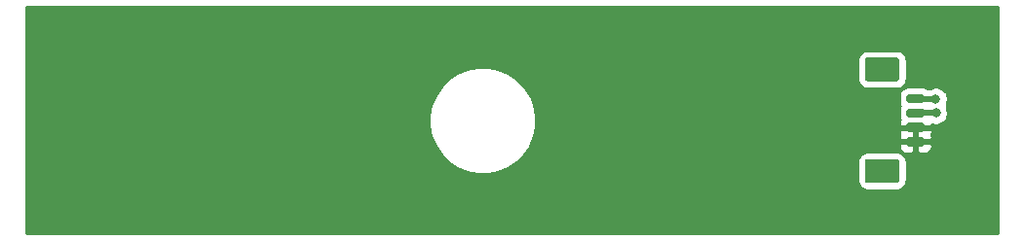
<source format=gbl>
%TF.GenerationSoftware,KiCad,Pcbnew,(5.1.9-0-10_14)*%
%TF.CreationDate,2021-08-19T21:49:59-05:00*%
%TF.ProjectId,OwlSat_Z_Panel,4f776c53-6174-45f5-9a5f-50616e656c2e,rev?*%
%TF.SameCoordinates,Original*%
%TF.FileFunction,Copper,L2,Bot*%
%TF.FilePolarity,Positive*%
%FSLAX46Y46*%
G04 Gerber Fmt 4.6, Leading zero omitted, Abs format (unit mm)*
G04 Created by KiCad (PCBNEW (5.1.9-0-10_14)) date 2021-08-19 21:49:59*
%MOMM*%
%LPD*%
G01*
G04 APERTURE LIST*
%TA.AperFunction,ViaPad*%
%ADD10C,0.800000*%
%TD*%
%TA.AperFunction,Conductor*%
%ADD11C,0.500000*%
%TD*%
%TA.AperFunction,Conductor*%
%ADD12C,0.254000*%
%TD*%
%TA.AperFunction,Conductor*%
%ADD13C,0.100000*%
%TD*%
G04 APERTURE END LIST*
%TO.P,U3,1*%
%TO.N,Net-(U1-Pad2)*%
%TA.AperFunction,SMDPad,CuDef*%
G36*
G01*
X187880000Y-84455000D02*
X186680000Y-84455000D01*
G75*
G02*
X186480000Y-84255000I0J200000D01*
G01*
X186480000Y-83855000D01*
G75*
G02*
X186680000Y-83655000I200000J0D01*
G01*
X187880000Y-83655000D01*
G75*
G02*
X188080000Y-83855000I0J-200000D01*
G01*
X188080000Y-84255000D01*
G75*
G02*
X187880000Y-84455000I-200000J0D01*
G01*
G37*
%TD.AperFunction*%
%TO.P,U3,2*%
%TA.AperFunction,SMDPad,CuDef*%
G36*
G01*
X187880000Y-83205000D02*
X186680000Y-83205000D01*
G75*
G02*
X186480000Y-83005000I0J200000D01*
G01*
X186480000Y-82605000D01*
G75*
G02*
X186680000Y-82405000I200000J0D01*
G01*
X187880000Y-82405000D01*
G75*
G02*
X188080000Y-82605000I0J-200000D01*
G01*
X188080000Y-83005000D01*
G75*
G02*
X187880000Y-83205000I-200000J0D01*
G01*
G37*
%TD.AperFunction*%
%TO.P,U3,3*%
%TO.N,Net-(U1-Pad1)*%
%TA.AperFunction,SMDPad,CuDef*%
G36*
G01*
X187880000Y-81955000D02*
X186680000Y-81955000D01*
G75*
G02*
X186480000Y-81755000I0J200000D01*
G01*
X186480000Y-81355000D01*
G75*
G02*
X186680000Y-81155000I200000J0D01*
G01*
X187880000Y-81155000D01*
G75*
G02*
X188080000Y-81355000I0J-200000D01*
G01*
X188080000Y-81755000D01*
G75*
G02*
X187880000Y-81955000I-200000J0D01*
G01*
G37*
%TD.AperFunction*%
%TO.P,U3,4*%
%TA.AperFunction,SMDPad,CuDef*%
G36*
G01*
X187880000Y-80705000D02*
X186680000Y-80705000D01*
G75*
G02*
X186480000Y-80505000I0J200000D01*
G01*
X186480000Y-80105000D01*
G75*
G02*
X186680000Y-79905000I200000J0D01*
G01*
X187880000Y-79905000D01*
G75*
G02*
X188080000Y-80105000I0J-200000D01*
G01*
X188080000Y-80505000D01*
G75*
G02*
X187880000Y-80705000I-200000J0D01*
G01*
G37*
%TD.AperFunction*%
%TO.P,U3,MP*%
%TO.N,N/C*%
%TA.AperFunction,SMDPad,CuDef*%
G36*
G01*
X185630000Y-87655000D02*
X183130000Y-87655000D01*
G75*
G02*
X182880000Y-87405000I0J250000D01*
G01*
X182880000Y-85805000D01*
G75*
G02*
X183130000Y-85555000I250000J0D01*
G01*
X185630000Y-85555000D01*
G75*
G02*
X185880000Y-85805000I0J-250000D01*
G01*
X185880000Y-87405000D01*
G75*
G02*
X185630000Y-87655000I-250000J0D01*
G01*
G37*
%TD.AperFunction*%
%TA.AperFunction,SMDPad,CuDef*%
G36*
G01*
X185630000Y-78805000D02*
X183130000Y-78805000D01*
G75*
G02*
X182880000Y-78555000I0J250000D01*
G01*
X182880000Y-76955000D01*
G75*
G02*
X183130000Y-76705000I250000J0D01*
G01*
X185630000Y-76705000D01*
G75*
G02*
X185880000Y-76955000I0J-250000D01*
G01*
X185880000Y-78555000D01*
G75*
G02*
X185630000Y-78805000I-250000J0D01*
G01*
G37*
%TD.AperFunction*%
%TD*%
D10*
%TO.N,Net-(U1-Pad1)*%
X189050000Y-80310000D03*
X189070000Y-81560000D03*
%TO.N,Net-(U1-Pad2)*%
X148910000Y-73260000D03*
X148920000Y-74490000D03*
X148920000Y-75820000D03*
X150370000Y-88350000D03*
X150380000Y-89570000D03*
X150380000Y-90830000D03*
%TD*%
D11*
%TO.N,Net-(U1-Pad1)*%
X187285000Y-80310000D02*
X187280000Y-80305000D01*
X189050000Y-80310000D02*
X187285000Y-80310000D01*
X187285000Y-81560000D02*
X187280000Y-81555000D01*
X189070000Y-81560000D02*
X187285000Y-81560000D01*
%TD*%
D12*
%TO.N,Net-(U1-Pad2)*%
X194463000Y-91993000D02*
X109977000Y-91993000D01*
X109977000Y-81741280D01*
X145012535Y-81741280D01*
X145012535Y-82658720D01*
X145191519Y-83558532D01*
X145542608Y-84406137D01*
X146052311Y-85168961D01*
X146701039Y-85817689D01*
X147463863Y-86327392D01*
X148311468Y-86678481D01*
X149211280Y-86857465D01*
X150128720Y-86857465D01*
X151028532Y-86678481D01*
X151876137Y-86327392D01*
X152638961Y-85817689D01*
X152651650Y-85805000D01*
X182241928Y-85805000D01*
X182241928Y-87405000D01*
X182258992Y-87578254D01*
X182309528Y-87744850D01*
X182391595Y-87898386D01*
X182502038Y-88032962D01*
X182636614Y-88143405D01*
X182790150Y-88225472D01*
X182956746Y-88276008D01*
X183130000Y-88293072D01*
X185630000Y-88293072D01*
X185803254Y-88276008D01*
X185969850Y-88225472D01*
X186123386Y-88143405D01*
X186257962Y-88032962D01*
X186368405Y-87898386D01*
X186450472Y-87744850D01*
X186501008Y-87578254D01*
X186518072Y-87405000D01*
X186518072Y-85805000D01*
X186501008Y-85631746D01*
X186450472Y-85465150D01*
X186368405Y-85311614D01*
X186257962Y-85177038D01*
X186123386Y-85066595D01*
X185969850Y-84984528D01*
X185803254Y-84933992D01*
X185630000Y-84916928D01*
X183130000Y-84916928D01*
X182956746Y-84933992D01*
X182790150Y-84984528D01*
X182636614Y-85066595D01*
X182502038Y-85177038D01*
X182391595Y-85311614D01*
X182309528Y-85465150D01*
X182258992Y-85631746D01*
X182241928Y-85805000D01*
X152651650Y-85805000D01*
X153287689Y-85168961D01*
X153764742Y-84455000D01*
X185841928Y-84455000D01*
X185854188Y-84579482D01*
X185890498Y-84699180D01*
X185949463Y-84809494D01*
X186028815Y-84906185D01*
X186125506Y-84985537D01*
X186235820Y-85044502D01*
X186355518Y-85080812D01*
X186480000Y-85093072D01*
X186994250Y-85090000D01*
X187153000Y-84931250D01*
X187153000Y-84182000D01*
X187407000Y-84182000D01*
X187407000Y-84931250D01*
X187565750Y-85090000D01*
X188080000Y-85093072D01*
X188204482Y-85080812D01*
X188324180Y-85044502D01*
X188434494Y-84985537D01*
X188531185Y-84906185D01*
X188610537Y-84809494D01*
X188669502Y-84699180D01*
X188705812Y-84579482D01*
X188718072Y-84455000D01*
X188715000Y-84340750D01*
X188556250Y-84182000D01*
X187407000Y-84182000D01*
X187153000Y-84182000D01*
X186003750Y-84182000D01*
X185845000Y-84340750D01*
X185841928Y-84455000D01*
X153764742Y-84455000D01*
X153797392Y-84406137D01*
X154148481Y-83558532D01*
X154218802Y-83205000D01*
X185841928Y-83205000D01*
X185854188Y-83329482D01*
X185884680Y-83430000D01*
X185854188Y-83530518D01*
X185841928Y-83655000D01*
X185845000Y-83769250D01*
X186003750Y-83928000D01*
X187153000Y-83928000D01*
X187153000Y-82932000D01*
X187407000Y-82932000D01*
X187407000Y-83928000D01*
X188556250Y-83928000D01*
X188715000Y-83769250D01*
X188718072Y-83655000D01*
X188705812Y-83530518D01*
X188675320Y-83430000D01*
X188705812Y-83329482D01*
X188718072Y-83205000D01*
X188715000Y-83090750D01*
X188556250Y-82932000D01*
X187407000Y-82932000D01*
X187153000Y-82932000D01*
X186003750Y-82932000D01*
X185845000Y-83090750D01*
X185841928Y-83205000D01*
X154218802Y-83205000D01*
X154327465Y-82658720D01*
X154327465Y-81741280D01*
X154148481Y-80841468D01*
X153843427Y-80105000D01*
X185841928Y-80105000D01*
X185841928Y-80505000D01*
X185858031Y-80668500D01*
X185905722Y-80825716D01*
X185961463Y-80930000D01*
X185905722Y-81034284D01*
X185858031Y-81191500D01*
X185841928Y-81355000D01*
X185841928Y-81755000D01*
X185858031Y-81918500D01*
X185905722Y-82075716D01*
X185920855Y-82104027D01*
X185890498Y-82160820D01*
X185854188Y-82280518D01*
X185841928Y-82405000D01*
X185845000Y-82519250D01*
X186003750Y-82678000D01*
X187153000Y-82678000D01*
X187153000Y-82658000D01*
X187407000Y-82658000D01*
X187407000Y-82678000D01*
X188556250Y-82678000D01*
X188705114Y-82529136D01*
X188768102Y-82555226D01*
X188968061Y-82595000D01*
X189171939Y-82595000D01*
X189371898Y-82555226D01*
X189560256Y-82477205D01*
X189729774Y-82363937D01*
X189846711Y-82247000D01*
X189870000Y-82247000D01*
X189894776Y-82244560D01*
X189918601Y-82237333D01*
X189940557Y-82225597D01*
X189959803Y-82209803D01*
X189975597Y-82190557D01*
X189987333Y-82168601D01*
X189994560Y-82144776D01*
X189997000Y-82120000D01*
X189997000Y-82026609D01*
X190065226Y-81861898D01*
X190105000Y-81661939D01*
X190105000Y-81458061D01*
X190065226Y-81258102D01*
X189997000Y-81093391D01*
X189997000Y-80728325D01*
X190045226Y-80611898D01*
X190085000Y-80411939D01*
X190085000Y-80208061D01*
X190045226Y-80008102D01*
X189997000Y-79891675D01*
X189997000Y-79750000D01*
X189994560Y-79725224D01*
X189987333Y-79701399D01*
X189975597Y-79679443D01*
X189959803Y-79660197D01*
X189940557Y-79644403D01*
X189918601Y-79632667D01*
X189894776Y-79625440D01*
X189870000Y-79623000D01*
X189826711Y-79623000D01*
X189709774Y-79506063D01*
X189540256Y-79392795D01*
X189351898Y-79314774D01*
X189151939Y-79275000D01*
X188948061Y-79275000D01*
X188748102Y-79314774D01*
X188559744Y-79392795D01*
X188511546Y-79425000D01*
X188366117Y-79425000D01*
X188345608Y-79408169D01*
X188200716Y-79330722D01*
X188043500Y-79283031D01*
X187880000Y-79266928D01*
X186680000Y-79266928D01*
X186516500Y-79283031D01*
X186359284Y-79330722D01*
X186214392Y-79408169D01*
X186087394Y-79512394D01*
X185983169Y-79639392D01*
X185905722Y-79784284D01*
X185858031Y-79941500D01*
X185841928Y-80105000D01*
X153843427Y-80105000D01*
X153797392Y-79993863D01*
X153287689Y-79231039D01*
X152638961Y-78582311D01*
X151876137Y-78072608D01*
X151028532Y-77721519D01*
X150128720Y-77542535D01*
X149211280Y-77542535D01*
X148311468Y-77721519D01*
X147463863Y-78072608D01*
X146701039Y-78582311D01*
X146052311Y-79231039D01*
X145542608Y-79993863D01*
X145191519Y-80841468D01*
X145012535Y-81741280D01*
X109977000Y-81741280D01*
X109977000Y-76955000D01*
X182241928Y-76955000D01*
X182241928Y-78555000D01*
X182258992Y-78728254D01*
X182309528Y-78894850D01*
X182391595Y-79048386D01*
X182502038Y-79182962D01*
X182636614Y-79293405D01*
X182790150Y-79375472D01*
X182956746Y-79426008D01*
X183130000Y-79443072D01*
X185630000Y-79443072D01*
X185803254Y-79426008D01*
X185969850Y-79375472D01*
X186123386Y-79293405D01*
X186257962Y-79182962D01*
X186368405Y-79048386D01*
X186450472Y-78894850D01*
X186501008Y-78728254D01*
X186518072Y-78555000D01*
X186518072Y-76955000D01*
X186501008Y-76781746D01*
X186450472Y-76615150D01*
X186368405Y-76461614D01*
X186257962Y-76327038D01*
X186123386Y-76216595D01*
X185969850Y-76134528D01*
X185803254Y-76083992D01*
X185630000Y-76066928D01*
X183130000Y-76066928D01*
X182956746Y-76083992D01*
X182790150Y-76134528D01*
X182636614Y-76216595D01*
X182502038Y-76327038D01*
X182391595Y-76461614D01*
X182309528Y-76615150D01*
X182258992Y-76781746D01*
X182241928Y-76955000D01*
X109977000Y-76955000D01*
X109977000Y-72337000D01*
X194463000Y-72337000D01*
X194463000Y-91993000D01*
%TA.AperFunction,Conductor*%
D13*
G36*
X194463000Y-91993000D02*
G01*
X109977000Y-91993000D01*
X109977000Y-81741280D01*
X145012535Y-81741280D01*
X145012535Y-82658720D01*
X145191519Y-83558532D01*
X145542608Y-84406137D01*
X146052311Y-85168961D01*
X146701039Y-85817689D01*
X147463863Y-86327392D01*
X148311468Y-86678481D01*
X149211280Y-86857465D01*
X150128720Y-86857465D01*
X151028532Y-86678481D01*
X151876137Y-86327392D01*
X152638961Y-85817689D01*
X152651650Y-85805000D01*
X182241928Y-85805000D01*
X182241928Y-87405000D01*
X182258992Y-87578254D01*
X182309528Y-87744850D01*
X182391595Y-87898386D01*
X182502038Y-88032962D01*
X182636614Y-88143405D01*
X182790150Y-88225472D01*
X182956746Y-88276008D01*
X183130000Y-88293072D01*
X185630000Y-88293072D01*
X185803254Y-88276008D01*
X185969850Y-88225472D01*
X186123386Y-88143405D01*
X186257962Y-88032962D01*
X186368405Y-87898386D01*
X186450472Y-87744850D01*
X186501008Y-87578254D01*
X186518072Y-87405000D01*
X186518072Y-85805000D01*
X186501008Y-85631746D01*
X186450472Y-85465150D01*
X186368405Y-85311614D01*
X186257962Y-85177038D01*
X186123386Y-85066595D01*
X185969850Y-84984528D01*
X185803254Y-84933992D01*
X185630000Y-84916928D01*
X183130000Y-84916928D01*
X182956746Y-84933992D01*
X182790150Y-84984528D01*
X182636614Y-85066595D01*
X182502038Y-85177038D01*
X182391595Y-85311614D01*
X182309528Y-85465150D01*
X182258992Y-85631746D01*
X182241928Y-85805000D01*
X152651650Y-85805000D01*
X153287689Y-85168961D01*
X153764742Y-84455000D01*
X185841928Y-84455000D01*
X185854188Y-84579482D01*
X185890498Y-84699180D01*
X185949463Y-84809494D01*
X186028815Y-84906185D01*
X186125506Y-84985537D01*
X186235820Y-85044502D01*
X186355518Y-85080812D01*
X186480000Y-85093072D01*
X186994250Y-85090000D01*
X187153000Y-84931250D01*
X187153000Y-84182000D01*
X187407000Y-84182000D01*
X187407000Y-84931250D01*
X187565750Y-85090000D01*
X188080000Y-85093072D01*
X188204482Y-85080812D01*
X188324180Y-85044502D01*
X188434494Y-84985537D01*
X188531185Y-84906185D01*
X188610537Y-84809494D01*
X188669502Y-84699180D01*
X188705812Y-84579482D01*
X188718072Y-84455000D01*
X188715000Y-84340750D01*
X188556250Y-84182000D01*
X187407000Y-84182000D01*
X187153000Y-84182000D01*
X186003750Y-84182000D01*
X185845000Y-84340750D01*
X185841928Y-84455000D01*
X153764742Y-84455000D01*
X153797392Y-84406137D01*
X154148481Y-83558532D01*
X154218802Y-83205000D01*
X185841928Y-83205000D01*
X185854188Y-83329482D01*
X185884680Y-83430000D01*
X185854188Y-83530518D01*
X185841928Y-83655000D01*
X185845000Y-83769250D01*
X186003750Y-83928000D01*
X187153000Y-83928000D01*
X187153000Y-82932000D01*
X187407000Y-82932000D01*
X187407000Y-83928000D01*
X188556250Y-83928000D01*
X188715000Y-83769250D01*
X188718072Y-83655000D01*
X188705812Y-83530518D01*
X188675320Y-83430000D01*
X188705812Y-83329482D01*
X188718072Y-83205000D01*
X188715000Y-83090750D01*
X188556250Y-82932000D01*
X187407000Y-82932000D01*
X187153000Y-82932000D01*
X186003750Y-82932000D01*
X185845000Y-83090750D01*
X185841928Y-83205000D01*
X154218802Y-83205000D01*
X154327465Y-82658720D01*
X154327465Y-81741280D01*
X154148481Y-80841468D01*
X153843427Y-80105000D01*
X185841928Y-80105000D01*
X185841928Y-80505000D01*
X185858031Y-80668500D01*
X185905722Y-80825716D01*
X185961463Y-80930000D01*
X185905722Y-81034284D01*
X185858031Y-81191500D01*
X185841928Y-81355000D01*
X185841928Y-81755000D01*
X185858031Y-81918500D01*
X185905722Y-82075716D01*
X185920855Y-82104027D01*
X185890498Y-82160820D01*
X185854188Y-82280518D01*
X185841928Y-82405000D01*
X185845000Y-82519250D01*
X186003750Y-82678000D01*
X187153000Y-82678000D01*
X187153000Y-82658000D01*
X187407000Y-82658000D01*
X187407000Y-82678000D01*
X188556250Y-82678000D01*
X188705114Y-82529136D01*
X188768102Y-82555226D01*
X188968061Y-82595000D01*
X189171939Y-82595000D01*
X189371898Y-82555226D01*
X189560256Y-82477205D01*
X189729774Y-82363937D01*
X189846711Y-82247000D01*
X189870000Y-82247000D01*
X189894776Y-82244560D01*
X189918601Y-82237333D01*
X189940557Y-82225597D01*
X189959803Y-82209803D01*
X189975597Y-82190557D01*
X189987333Y-82168601D01*
X189994560Y-82144776D01*
X189997000Y-82120000D01*
X189997000Y-82026609D01*
X190065226Y-81861898D01*
X190105000Y-81661939D01*
X190105000Y-81458061D01*
X190065226Y-81258102D01*
X189997000Y-81093391D01*
X189997000Y-80728325D01*
X190045226Y-80611898D01*
X190085000Y-80411939D01*
X190085000Y-80208061D01*
X190045226Y-80008102D01*
X189997000Y-79891675D01*
X189997000Y-79750000D01*
X189994560Y-79725224D01*
X189987333Y-79701399D01*
X189975597Y-79679443D01*
X189959803Y-79660197D01*
X189940557Y-79644403D01*
X189918601Y-79632667D01*
X189894776Y-79625440D01*
X189870000Y-79623000D01*
X189826711Y-79623000D01*
X189709774Y-79506063D01*
X189540256Y-79392795D01*
X189351898Y-79314774D01*
X189151939Y-79275000D01*
X188948061Y-79275000D01*
X188748102Y-79314774D01*
X188559744Y-79392795D01*
X188511546Y-79425000D01*
X188366117Y-79425000D01*
X188345608Y-79408169D01*
X188200716Y-79330722D01*
X188043500Y-79283031D01*
X187880000Y-79266928D01*
X186680000Y-79266928D01*
X186516500Y-79283031D01*
X186359284Y-79330722D01*
X186214392Y-79408169D01*
X186087394Y-79512394D01*
X185983169Y-79639392D01*
X185905722Y-79784284D01*
X185858031Y-79941500D01*
X185841928Y-80105000D01*
X153843427Y-80105000D01*
X153797392Y-79993863D01*
X153287689Y-79231039D01*
X152638961Y-78582311D01*
X151876137Y-78072608D01*
X151028532Y-77721519D01*
X150128720Y-77542535D01*
X149211280Y-77542535D01*
X148311468Y-77721519D01*
X147463863Y-78072608D01*
X146701039Y-78582311D01*
X146052311Y-79231039D01*
X145542608Y-79993863D01*
X145191519Y-80841468D01*
X145012535Y-81741280D01*
X109977000Y-81741280D01*
X109977000Y-76955000D01*
X182241928Y-76955000D01*
X182241928Y-78555000D01*
X182258992Y-78728254D01*
X182309528Y-78894850D01*
X182391595Y-79048386D01*
X182502038Y-79182962D01*
X182636614Y-79293405D01*
X182790150Y-79375472D01*
X182956746Y-79426008D01*
X183130000Y-79443072D01*
X185630000Y-79443072D01*
X185803254Y-79426008D01*
X185969850Y-79375472D01*
X186123386Y-79293405D01*
X186257962Y-79182962D01*
X186368405Y-79048386D01*
X186450472Y-78894850D01*
X186501008Y-78728254D01*
X186518072Y-78555000D01*
X186518072Y-76955000D01*
X186501008Y-76781746D01*
X186450472Y-76615150D01*
X186368405Y-76461614D01*
X186257962Y-76327038D01*
X186123386Y-76216595D01*
X185969850Y-76134528D01*
X185803254Y-76083992D01*
X185630000Y-76066928D01*
X183130000Y-76066928D01*
X182956746Y-76083992D01*
X182790150Y-76134528D01*
X182636614Y-76216595D01*
X182502038Y-76327038D01*
X182391595Y-76461614D01*
X182309528Y-76615150D01*
X182258992Y-76781746D01*
X182241928Y-76955000D01*
X109977000Y-76955000D01*
X109977000Y-72337000D01*
X194463000Y-72337000D01*
X194463000Y-91993000D01*
G37*
%TD.AperFunction*%
%TD*%
M02*

</source>
